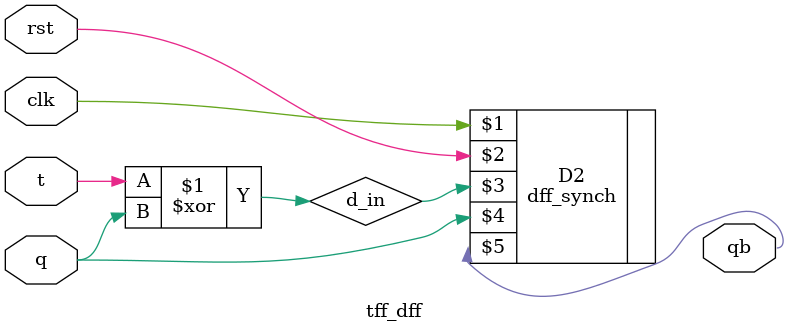
<source format=v>
module tff_dff(clk,rst,t,q,qb);
input clk,rst,t;
inout q;
output qb;

wire d_in;

xor D1(d_in,t,q);
dff_synch D2(clk,rst,d_in,q,qb);

endmodule


</source>
